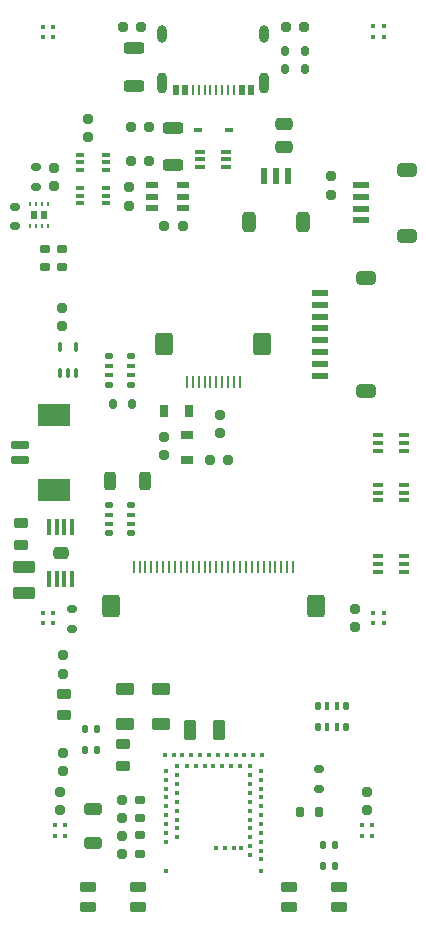
<source format=gtp>
%TF.GenerationSoftware,KiCad,Pcbnew,9.0.2*%
%TF.CreationDate,2025-05-11T16:43:21+01:00*%
%TF.ProjectId,mariposa,6d617269-706f-4736-912e-6b696361645f,2.0*%
%TF.SameCoordinates,Original*%
%TF.FileFunction,Paste,Top*%
%TF.FilePolarity,Positive*%
%FSLAX46Y46*%
G04 Gerber Fmt 4.6, Leading zero omitted, Abs format (unit mm)*
G04 Created by KiCad (PCBNEW 9.0.2) date 2025-05-11 16:43:21*
%MOMM*%
%LPD*%
G01*
G04 APERTURE LIST*
G04 Aperture macros list*
%AMRoundRect*
0 Rectangle with rounded corners*
0 $1 Rounding radius*
0 $2 $3 $4 $5 $6 $7 $8 $9 X,Y pos of 4 corners*
0 Add a 4 corners polygon primitive as box body*
4,1,4,$2,$3,$4,$5,$6,$7,$8,$9,$2,$3,0*
0 Add four circle primitives for the rounded corners*
1,1,$1+$1,$2,$3*
1,1,$1+$1,$4,$5*
1,1,$1+$1,$6,$7*
1,1,$1+$1,$8,$9*
0 Add four rect primitives between the rounded corners*
20,1,$1+$1,$2,$3,$4,$5,0*
20,1,$1+$1,$4,$5,$6,$7,0*
20,1,$1+$1,$6,$7,$8,$9,0*
20,1,$1+$1,$8,$9,$2,$3,0*%
G04 Aperture macros list end*
%ADD10RoundRect,0.193500X0.215000X-0.193500X0.215000X0.193500X-0.215000X0.193500X-0.215000X-0.193500X0*%
%ADD11RoundRect,0.215000X-0.559000X0.279500X-0.559000X-0.279500X0.559000X-0.279500X0.559000X0.279500X0*%
%ADD12RoundRect,0.193500X-0.215000X0.193500X-0.215000X-0.193500X0.215000X-0.193500X0.215000X0.193500X0*%
%ADD13RoundRect,0.172000X-0.236500X0.172000X-0.236500X-0.172000X0.236500X-0.172000X0.236500X0.172000X0*%
%ADD14RoundRect,0.138000X0.575000X-0.138000X0.575000X0.138000X-0.575000X0.138000X-0.575000X-0.138000X0*%
%ADD15RoundRect,0.230000X0.598000X-0.322000X0.598000X0.322000X-0.598000X0.322000X-0.598000X-0.322000X0*%
%ADD16RoundRect,0.043000X-0.430000X-0.215000X0.430000X-0.215000X0.430000X0.215000X-0.430000X0.215000X0*%
%ADD17RoundRect,0.060800X-0.129200X-0.129200X0.129200X-0.129200X0.129200X0.129200X-0.129200X0.129200X0*%
%ADD18RoundRect,0.188125X0.220375X-0.188125X0.220375X0.188125X-0.220375X0.188125X-0.220375X-0.188125X0*%
%ADD19RoundRect,0.068800X-0.146200X0.275200X-0.146200X-0.275200X0.146200X-0.275200X0.146200X0.275200X0*%
%ADD20RoundRect,0.172000X0.236500X-0.172000X0.236500X0.172000X-0.236500X0.172000X-0.236500X-0.172000X0*%
%ADD21RoundRect,0.042500X-0.377500X-0.127500X0.377500X-0.127500X0.377500X0.127500X-0.377500X0.127500X0*%
%ADD22RoundRect,0.215000X0.408500X-0.215000X0.408500X0.215000X-0.408500X0.215000X-0.408500X-0.215000X0*%
%ADD23RoundRect,0.193500X-0.193500X-0.215000X0.193500X-0.215000X0.193500X0.215000X-0.193500X0.215000X0*%
%ADD24RoundRect,0.188125X-0.327875X0.188125X-0.327875X-0.188125X0.327875X-0.188125X0.327875X0.188125X0*%
%ADD25RoundRect,0.039500X-0.328500X-0.118500X0.328500X-0.118500X0.328500X0.118500X-0.328500X0.118500X0*%
%ADD26RoundRect,0.042000X0.336000X0.168000X-0.336000X0.168000X-0.336000X-0.168000X0.336000X-0.168000X0*%
%ADD27RoundRect,0.068800X0.146200X-0.275200X0.146200X0.275200X-0.146200X0.275200X-0.146200X-0.275200X0*%
%ADD28RoundRect,0.086000X0.086000X-0.322500X0.086000X0.322500X-0.086000X0.322500X-0.086000X-0.322500X0*%
%ADD29RoundRect,0.107500X0.236500X0.107500X-0.236500X0.107500X-0.236500X-0.107500X0.236500X-0.107500X0*%
%ADD30RoundRect,0.086000X0.258000X0.086000X-0.258000X0.086000X-0.258000X-0.086000X0.258000X-0.086000X0*%
%ADD31RoundRect,0.250000X0.475000X-0.250000X0.475000X0.250000X-0.475000X0.250000X-0.475000X-0.250000X0*%
%ADD32RoundRect,0.193500X0.193500X0.215000X-0.193500X0.215000X-0.193500X-0.215000X0.193500X-0.215000X0*%
%ADD33RoundRect,0.059200X0.162800X0.403300X-0.162800X0.403300X-0.162800X-0.403300X0.162800X-0.403300X0*%
%ADD34RoundRect,0.059200X0.051800X0.403300X-0.051800X0.403300X-0.051800X-0.403300X0.051800X-0.403300X0*%
%ADD35O,0.840000X1.764000*%
%ADD36O,0.840000X1.512000*%
%ADD37RoundRect,0.172000X0.172000X0.236500X-0.172000X0.236500X-0.172000X-0.236500X0.172000X-0.236500X0*%
%ADD38RoundRect,0.184000X0.552000X-0.184000X0.552000X0.184000X-0.552000X0.184000X-0.552000X-0.184000X0*%
%ADD39RoundRect,0.230001X1.149999X-0.735999X1.149999X0.735999X-1.149999X0.735999X-1.149999X-0.735999X0*%
%ADD40RoundRect,0.215000X0.387000X-0.225750X0.387000X0.225750X-0.387000X0.225750X-0.387000X-0.225750X0*%
%ADD41RoundRect,0.250000X0.400000X-0.250000X0.400000X0.250000X-0.400000X0.250000X-0.400000X-0.250000X0*%
%ADD42RoundRect,0.048000X0.096000X-0.648000X0.096000X0.648000X-0.096000X0.648000X-0.096000X-0.648000X0*%
%ADD43RoundRect,0.055500X0.055500X0.425500X-0.055500X0.425500X-0.055500X-0.425500X0.055500X-0.425500X0*%
%ADD44RoundRect,0.210000X0.546000X0.714000X-0.546000X0.714000X-0.546000X-0.714000X0.546000X-0.714000X0*%
%ADD45RoundRect,0.189000X-0.210000X0.189000X-0.210000X-0.189000X0.210000X-0.189000X0.210000X0.189000X0*%
%ADD46RoundRect,0.188125X0.188125X0.327875X-0.188125X0.327875X-0.188125X-0.327875X0.188125X-0.327875X0*%
%ADD47RoundRect,0.094600X-0.571900X-0.335400X0.571900X-0.335400X0.571900X0.335400X-0.571900X0.335400X0*%
%ADD48RoundRect,0.215000X-0.279500X-0.559000X0.279500X-0.559000X0.279500X0.559000X-0.279500X0.559000X0*%
%ADD49RoundRect,0.025600X0.150400X0.102400X-0.150400X0.102400X-0.150400X-0.102400X0.150400X-0.102400X0*%
%ADD50RoundRect,0.025600X-0.102400X0.150400X-0.102400X-0.150400X0.102400X-0.150400X0.102400X0.150400X0*%
%ADD51RoundRect,0.215000X-0.731000X0.322500X-0.731000X-0.322500X0.731000X-0.322500X0.731000X0.322500X0*%
%ADD52RoundRect,0.172000X-0.172000X-0.236500X0.172000X-0.236500X0.172000X0.236500X-0.172000X0.236500X0*%
%ADD53RoundRect,0.215000X-0.537500X0.268750X-0.537500X-0.268750X0.537500X-0.268750X0.537500X0.268750X0*%
%ADD54RoundRect,0.230000X-0.644000X0.253000X-0.644000X-0.253000X0.644000X-0.253000X0.644000X0.253000X0*%
%ADD55RoundRect,0.075000X-0.175000X0.275000X-0.175000X-0.275000X0.175000X-0.275000X0.175000X0.275000X0*%
%ADD56RoundRect,0.042000X-0.063000X-0.168000X0.063000X-0.168000X0.063000X0.168000X-0.063000X0.168000X0*%
%ADD57RoundRect,0.131560X0.374440X0.742440X-0.374440X0.742440X-0.374440X-0.742440X0.374440X-0.742440X0*%
%ADD58RoundRect,0.188125X-0.220375X0.188125X-0.220375X-0.188125X0.220375X-0.188125X0.220375X0.188125X0*%
%ADD59RoundRect,0.188125X-0.188125X-0.220375X0.188125X-0.220375X0.188125X0.220375X-0.188125X0.220375X0*%
%ADD60RoundRect,0.138000X-0.138000X-0.575000X0.138000X-0.575000X0.138000X0.575000X-0.138000X0.575000X0*%
%ADD61RoundRect,0.230000X-0.322000X-0.598000X0.322000X-0.598000X0.322000X0.598000X-0.322000X0.598000X0*%
%ADD62RoundRect,0.107500X-0.107500X0.236500X-0.107500X-0.236500X0.107500X-0.236500X0.107500X0.236500X0*%
%ADD63RoundRect,0.086000X-0.086000X0.258000X-0.086000X-0.258000X0.086000X-0.258000X0.086000X0.258000X0*%
%ADD64RoundRect,0.230000X0.644000X-0.253000X0.644000X0.253000X-0.644000X0.253000X-0.644000X-0.253000X0*%
%ADD65RoundRect,0.055500X-0.055500X-0.425500X0.055500X-0.425500X0.055500X0.425500X-0.055500X0.425500X0*%
%ADD66RoundRect,0.210000X-0.546000X-0.714000X0.546000X-0.714000X0.546000X0.714000X-0.546000X0.714000X0*%
G04 APERTURE END LIST*
D10*
%TO.C,C7*%
X136850000Y-66909321D03*
X136850000Y-65359321D03*
%TD*%
D11*
%TO.C,C49*%
X143100000Y-113659321D03*
X143100000Y-116609321D03*
%TD*%
D12*
%TO.C,C8*%
X140330000Y-71189321D03*
X140330000Y-72739321D03*
%TD*%
D13*
%TO.C,R11*%
X135530000Y-106919321D03*
X135530000Y-108569321D03*
%TD*%
D14*
%TO.C,J8*%
X159974998Y-73984320D03*
X159975001Y-72984320D03*
X159975001Y-71984322D03*
X159974999Y-70984321D03*
D15*
X163850000Y-75284321D03*
X163850000Y-69684320D03*
%TD*%
D16*
%TO.C,U4*%
X142300000Y-71011821D03*
X142300000Y-71961821D03*
X142300000Y-72911821D03*
X144900000Y-72911821D03*
X144900000Y-71961821D03*
X144900000Y-71011821D03*
%TD*%
D17*
%TO.C,D20*%
X133050000Y-107184321D03*
X133050000Y-108084321D03*
X133950000Y-108084321D03*
X133950000Y-107184321D03*
%TD*%
D18*
%TO.C,L2*%
X141250000Y-124601821D03*
X141250000Y-123026821D03*
%TD*%
D19*
%TO.C,RN5*%
X137660000Y-117034321D03*
X136660000Y-117034321D03*
X136660000Y-118834321D03*
X137660000Y-118834321D03*
%TD*%
D20*
%TO.C,R7*%
X132500000Y-71109321D03*
X132500000Y-69459321D03*
%TD*%
D12*
%TO.C,C18*%
X139730000Y-123039321D03*
X139730000Y-124589321D03*
%TD*%
D21*
%TO.C,D13*%
X161450000Y-102434321D03*
X161450000Y-103084321D03*
X161450000Y-103734321D03*
X163650000Y-103734321D03*
X163650000Y-103084321D03*
X163650000Y-102434321D03*
%TD*%
D12*
%TO.C,C19*%
X139730000Y-126059321D03*
X139730000Y-127609321D03*
%TD*%
D22*
%TO.C,C45*%
X131200000Y-101484321D03*
X131200000Y-99584321D03*
%TD*%
D23*
%TO.C,C4*%
X140495000Y-66034321D03*
X142045000Y-66034321D03*
%TD*%
D20*
%TO.C,R15*%
X130700000Y-74459321D03*
X130700000Y-72809321D03*
%TD*%
D24*
%TO.C,FB3*%
X145280000Y-92151821D03*
X145280000Y-94276821D03*
%TD*%
D23*
%TO.C,C5*%
X140490000Y-68934321D03*
X142040000Y-68934321D03*
%TD*%
D17*
%TO.C,D16*%
X161050000Y-57534321D03*
X161050000Y-58434321D03*
X161950000Y-58434321D03*
X161950000Y-57534321D03*
%TD*%
D10*
%TO.C,C21*%
X134800000Y-112359321D03*
X134800000Y-110809321D03*
%TD*%
D25*
%TO.C,U3*%
X136200000Y-71234321D03*
X136200000Y-71884321D03*
X136200000Y-72534321D03*
X138400000Y-72534321D03*
X138400000Y-71884321D03*
X138400000Y-71234321D03*
%TD*%
D17*
%TO.C,D15*%
X133050000Y-57584321D03*
X133050000Y-58484321D03*
X133950000Y-58484321D03*
X133950000Y-57584321D03*
%TD*%
D26*
%TO.C,D9*%
X148800000Y-66304321D03*
X146200000Y-66304321D03*
%TD*%
D17*
%TO.C,D19*%
X134050000Y-125184321D03*
X134050000Y-126084321D03*
X134950000Y-126084321D03*
X134950000Y-125184321D03*
%TD*%
D27*
%TO.C,RN9*%
X156800000Y-128634321D03*
X157800000Y-128634321D03*
X157800000Y-126834321D03*
X156800000Y-126834321D03*
%TD*%
D28*
%TO.C,U7*%
X134550000Y-86884321D03*
X135200000Y-86884321D03*
X135850000Y-86884321D03*
X135850000Y-84684321D03*
X134550000Y-84684321D03*
%TD*%
D12*
%TO.C,C10*%
X134800000Y-119059321D03*
X134800000Y-120609321D03*
%TD*%
D29*
%TO.C,RN7*%
X140500000Y-87884321D03*
D30*
X140500000Y-87084321D03*
X140500000Y-86284321D03*
D29*
X140500000Y-85484321D03*
X138700000Y-85484321D03*
D30*
X138700000Y-86284321D03*
X138700000Y-87084321D03*
D29*
X138700000Y-87884321D03*
%TD*%
D21*
%TO.C,D12*%
X161400000Y-92184321D03*
X161400000Y-92834321D03*
X161400000Y-93484321D03*
X163600000Y-93484321D03*
X163600000Y-92834321D03*
X163600000Y-92184321D03*
%TD*%
D23*
%TO.C,C3*%
X147175000Y-94284321D03*
X148725000Y-94284321D03*
%TD*%
D12*
%TO.C,C1*%
X148075000Y-90434321D03*
X148075000Y-91984321D03*
%TD*%
D17*
%TO.C,D18*%
X160050000Y-125184321D03*
X160050000Y-126084321D03*
X160950000Y-126084321D03*
X160950000Y-125184321D03*
%TD*%
D25*
%TO.C,U6*%
X136200000Y-68409321D03*
X136200000Y-69059321D03*
X136200000Y-69709321D03*
X138400000Y-69709321D03*
X138400000Y-69059321D03*
X138400000Y-68409321D03*
%TD*%
D31*
%TO.C,C53*%
X153480000Y-67734321D03*
X153480000Y-65834321D03*
%TD*%
D32*
%TO.C,C14*%
X141375000Y-57634321D03*
X139825000Y-57634321D03*
%TD*%
D21*
%TO.C,D14*%
X161400000Y-96384321D03*
X161400000Y-97034321D03*
X161400000Y-97684321D03*
X163600000Y-97684321D03*
X163600000Y-97034321D03*
X163600000Y-96384321D03*
%TD*%
D33*
%TO.C,J4*%
X150700000Y-62974321D03*
X149900000Y-62974321D03*
D34*
X148750000Y-62974321D03*
X147750000Y-62974321D03*
X147250000Y-62974321D03*
X146250000Y-62974321D03*
D33*
X145100000Y-62974321D03*
X144300000Y-62974321D03*
X144300000Y-62974321D03*
X145100000Y-62974321D03*
D34*
X145750000Y-62974321D03*
X146750000Y-62974321D03*
X148250000Y-62974321D03*
X149250000Y-62974321D03*
D33*
X149900000Y-62974321D03*
X150700000Y-62974321D03*
D35*
X151820000Y-62349321D03*
D36*
X151820000Y-58169321D03*
D35*
X143180000Y-62349321D03*
D36*
X143180000Y-58169321D03*
%TD*%
D37*
%TO.C,R13*%
X140625000Y-89534321D03*
X138975000Y-89534321D03*
%TD*%
D38*
%TO.C,BT1*%
X131100000Y-94284321D03*
X131100000Y-93034321D03*
D39*
X134000000Y-96834321D03*
X134000000Y-90484321D03*
%TD*%
D40*
%TO.C,R21*%
X139850000Y-120146821D03*
X139850000Y-118321821D03*
%TD*%
D12*
%TO.C,C20*%
X134500000Y-122359321D03*
X134500000Y-123909321D03*
%TD*%
D17*
%TO.C,D17*%
X161050000Y-107184321D03*
X161050000Y-108084321D03*
X161950000Y-108084321D03*
X161950000Y-107184321D03*
%TD*%
D41*
%TO.C,U1*%
X134555000Y-102169321D03*
D42*
X133580000Y-104369321D03*
X134230000Y-104369321D03*
X134880000Y-104369321D03*
X135530000Y-104369321D03*
X135530000Y-99969321D03*
X134880000Y-99969321D03*
X134230000Y-99969321D03*
X133580000Y-99969321D03*
%TD*%
D43*
%TO.C,J6*%
X149750000Y-87684321D03*
X149250000Y-87684321D03*
X148750000Y-87684321D03*
X148250000Y-87684321D03*
X147750000Y-87684321D03*
X147250000Y-87684321D03*
X146750000Y-87684321D03*
X146250000Y-87684321D03*
X145750000Y-87684321D03*
X145250000Y-87684321D03*
D44*
X151650000Y-84434321D03*
X143350000Y-84434321D03*
%TD*%
D45*
%TO.C,C47*%
X133200000Y-76359321D03*
X133200000Y-77909321D03*
%TD*%
D10*
%TO.C,C16*%
X159500000Y-108409321D03*
X159500000Y-106859321D03*
%TD*%
D12*
%TO.C,C2*%
X143290000Y-92309321D03*
X143290000Y-93859321D03*
%TD*%
D21*
%TO.C,D10*%
X146400000Y-68154321D03*
X146400000Y-68804321D03*
X146400000Y-69454321D03*
X148600000Y-69454321D03*
X148600000Y-68804321D03*
X148600000Y-68154321D03*
%TD*%
D40*
%TO.C,R9*%
X134870000Y-115866821D03*
X134870000Y-114041821D03*
%TD*%
D29*
%TO.C,RN6*%
X140500000Y-100484321D03*
D30*
X140500000Y-99684321D03*
X140500000Y-98884321D03*
D29*
X140500000Y-98084321D03*
X138700000Y-98084321D03*
D30*
X138700000Y-98884321D03*
X138700000Y-99684321D03*
D29*
X138700000Y-100484321D03*
%TD*%
D46*
%TO.C,FB4*%
X145432500Y-90094321D03*
X143307500Y-90094321D03*
%TD*%
D47*
%TO.C,SW3*%
X136875000Y-130384321D03*
X141125000Y-130384321D03*
X136875000Y-132084321D03*
X141125000Y-132084321D03*
%TD*%
D12*
%TO.C,C17*%
X160500000Y-122359321D03*
X160500000Y-123909321D03*
%TD*%
D23*
%TO.C,C15*%
X153625000Y-57634321D03*
X155175000Y-57634321D03*
%TD*%
D48*
%TO.C,C44*%
X138725000Y-96034321D03*
X141675000Y-96034321D03*
%TD*%
D12*
%TO.C,C46*%
X134030000Y-69514321D03*
X134030000Y-71064321D03*
%TD*%
D49*
%TO.C,MDBT1*%
X151550000Y-129054321D03*
X151550000Y-128079321D03*
X150600000Y-127704321D03*
X151550000Y-127329321D03*
X150600000Y-126954321D03*
X151550000Y-126579321D03*
X150600000Y-126204321D03*
X151550000Y-125829321D03*
X150600000Y-125454321D03*
X151550000Y-125079321D03*
X150600000Y-124704321D03*
X151550000Y-124329321D03*
X150600000Y-123954321D03*
X151550000Y-123579321D03*
X150600000Y-123204321D03*
X151550000Y-122829321D03*
X150600000Y-122454321D03*
X151550000Y-122079321D03*
X150600000Y-121704321D03*
X151550000Y-121329321D03*
X150600000Y-120954321D03*
X151550000Y-120579321D03*
X150600000Y-120204321D03*
D50*
X151625000Y-119254321D03*
X150875000Y-119254321D03*
X150125000Y-119254321D03*
X149750000Y-120204321D03*
X149375000Y-119254321D03*
X149000000Y-120204321D03*
X148625000Y-119254321D03*
X148250000Y-120204321D03*
X147875000Y-119254321D03*
X147500000Y-120204321D03*
X147125000Y-119254321D03*
X146750000Y-120204321D03*
X146375000Y-119254321D03*
X146000000Y-120204321D03*
X145625000Y-119254321D03*
X145250000Y-120204321D03*
X144875000Y-119254321D03*
X144125000Y-119254321D03*
X143375000Y-119254321D03*
D49*
X144400000Y-120204321D03*
X143450000Y-120579321D03*
X144400000Y-120954321D03*
X143450000Y-121329321D03*
X144400000Y-121704321D03*
X143450000Y-122079321D03*
X144400000Y-122454321D03*
X143450000Y-122829321D03*
X144400000Y-123204321D03*
X143450000Y-123579321D03*
X144400000Y-123954321D03*
X143450000Y-124329321D03*
X144400000Y-124704321D03*
X143450000Y-125079321D03*
X144400000Y-125454321D03*
X143450000Y-125829321D03*
X144400000Y-126204321D03*
X143450000Y-126579321D03*
X143450000Y-129054321D03*
D50*
X149875000Y-127104321D03*
X149225000Y-127104321D03*
X148475000Y-127104321D03*
X147725000Y-127104321D03*
%TD*%
D51*
%TO.C,L1*%
X131440000Y-103359321D03*
X131440000Y-105509321D03*
%TD*%
D45*
%TO.C,C6*%
X134700000Y-76359321D03*
X134700000Y-77909321D03*
%TD*%
D52*
%TO.C,R3*%
X153575000Y-59634321D03*
X155225000Y-59634321D03*
%TD*%
D47*
%TO.C,SW1*%
X153875000Y-130384321D03*
X158125000Y-130384321D03*
X153875000Y-132084321D03*
X158125000Y-132084321D03*
%TD*%
D23*
%TO.C,C9*%
X143335000Y-74454321D03*
X144885000Y-74454321D03*
%TD*%
D52*
%TO.C,R4*%
X153575000Y-61134321D03*
X155225000Y-61134321D03*
%TD*%
D53*
%TO.C,R10*%
X137300000Y-123771821D03*
X137300000Y-126696821D03*
%TD*%
D54*
%TO.C,FB1*%
X144100000Y-66129321D03*
X144100000Y-69279321D03*
%TD*%
D20*
%TO.C,R8*%
X156440000Y-122114321D03*
X156440000Y-120464321D03*
%TD*%
D55*
%TO.C,U2*%
X133120002Y-73503698D03*
X132320002Y-73503698D03*
D56*
X133470000Y-72554321D03*
X132970002Y-72554321D03*
X132470000Y-72554321D03*
X131970001Y-72554321D03*
X131970001Y-74454323D03*
X132470000Y-74454323D03*
X132970002Y-74454323D03*
X133470000Y-74454323D03*
%TD*%
D11*
%TO.C,C48*%
X140000000Y-113658094D03*
X140000000Y-116608094D03*
%TD*%
D57*
%TO.C,Y1*%
X145500000Y-117084321D03*
X148000000Y-117084321D03*
%TD*%
D58*
%TO.C,L3*%
X141250000Y-126046821D03*
X141250000Y-127621821D03*
%TD*%
D12*
%TO.C,C12*%
X157450000Y-70259321D03*
X157450000Y-71809321D03*
%TD*%
D59*
%TO.C,D1*%
X154862500Y-124034321D03*
X156437500Y-124034321D03*
%TD*%
D14*
%TO.C,J5*%
X156560000Y-87124321D03*
X156560000Y-86124321D03*
X156560000Y-85124321D03*
X156560000Y-84124321D03*
X156560000Y-83124321D03*
X156560000Y-82124321D03*
X156560000Y-81124321D03*
X156560000Y-80124321D03*
D15*
X160435000Y-88424321D03*
X160435000Y-78824321D03*
%TD*%
D60*
%TO.C,J2*%
X151800001Y-70259320D03*
X152800002Y-70259321D03*
X153800001Y-70259321D03*
D61*
X150500000Y-74134321D03*
X155100001Y-74134321D03*
%TD*%
D10*
%TO.C,C11*%
X134650000Y-82909321D03*
X134650000Y-81359321D03*
%TD*%
D62*
%TO.C,RN8*%
X158750000Y-115084321D03*
D63*
X157950000Y-115084321D03*
X157150000Y-115084321D03*
D62*
X156350000Y-115084321D03*
X156350000Y-116884321D03*
D63*
X157150000Y-116884321D03*
X157950000Y-116884321D03*
D62*
X158750000Y-116884321D03*
%TD*%
D64*
%TO.C,FB2*%
X140810000Y-62569321D03*
X140810000Y-59419321D03*
%TD*%
D65*
%TO.C,J1*%
X140750000Y-103334321D03*
X141250000Y-103334321D03*
X141750000Y-103334321D03*
X142250000Y-103334321D03*
X142750000Y-103334321D03*
X143250000Y-103334321D03*
X143750000Y-103334321D03*
X144250000Y-103334321D03*
X144750000Y-103334321D03*
X145250000Y-103334321D03*
X145750000Y-103334321D03*
X146250000Y-103334321D03*
X146750000Y-103334321D03*
X147250000Y-103334321D03*
X147750000Y-103334321D03*
X148250000Y-103334321D03*
X148750000Y-103334321D03*
X149250000Y-103334321D03*
X149750000Y-103334321D03*
X150250000Y-103334321D03*
X150750000Y-103334321D03*
X151250000Y-103334321D03*
X151750000Y-103334321D03*
X152250000Y-103334321D03*
X152750000Y-103334321D03*
X153250000Y-103334321D03*
X153750000Y-103334321D03*
X154250000Y-103334321D03*
D66*
X138850000Y-106584321D03*
X156150000Y-106584321D03*
%TD*%
M02*

</source>
